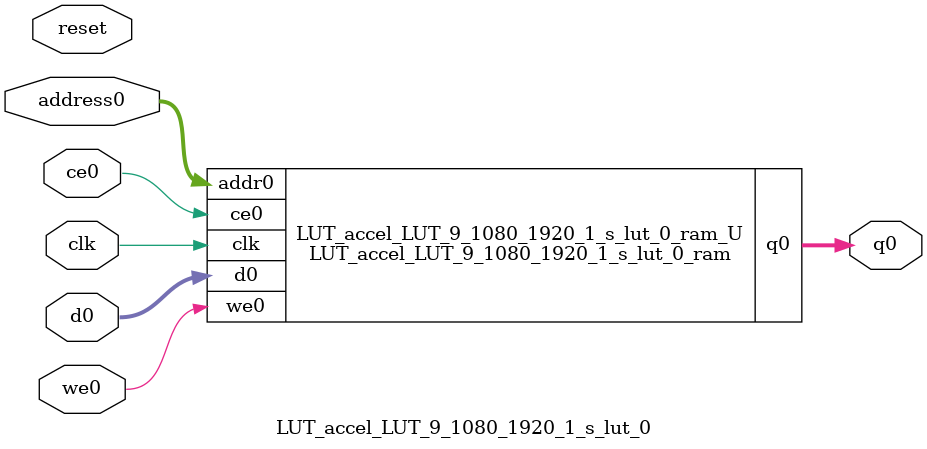
<source format=v>
`timescale 1 ns / 1 ps
module LUT_accel_LUT_9_1080_1920_1_s_lut_0_ram (addr0, ce0, d0, we0, q0,  clk);

parameter DWIDTH = 8;
parameter AWIDTH = 8;
parameter MEM_SIZE = 256;

input[AWIDTH-1:0] addr0;
input ce0;
input[DWIDTH-1:0] d0;
input we0;
output reg[DWIDTH-1:0] q0;
input clk;

reg [DWIDTH-1:0] ram[0:MEM_SIZE-1];




always @(posedge clk)  
begin 
    if (ce0) begin
        if (we0) 
            ram[addr0] <= d0; 
        q0 <= ram[addr0];
    end
end


endmodule

`timescale 1 ns / 1 ps
module LUT_accel_LUT_9_1080_1920_1_s_lut_0(
    reset,
    clk,
    address0,
    ce0,
    we0,
    d0,
    q0);

parameter DataWidth = 32'd8;
parameter AddressRange = 32'd256;
parameter AddressWidth = 32'd8;
input reset;
input clk;
input[AddressWidth - 1:0] address0;
input ce0;
input we0;
input[DataWidth - 1:0] d0;
output[DataWidth - 1:0] q0;



LUT_accel_LUT_9_1080_1920_1_s_lut_0_ram LUT_accel_LUT_9_1080_1920_1_s_lut_0_ram_U(
    .clk( clk ),
    .addr0( address0 ),
    .ce0( ce0 ),
    .we0( we0 ),
    .d0( d0 ),
    .q0( q0 ));

endmodule


</source>
